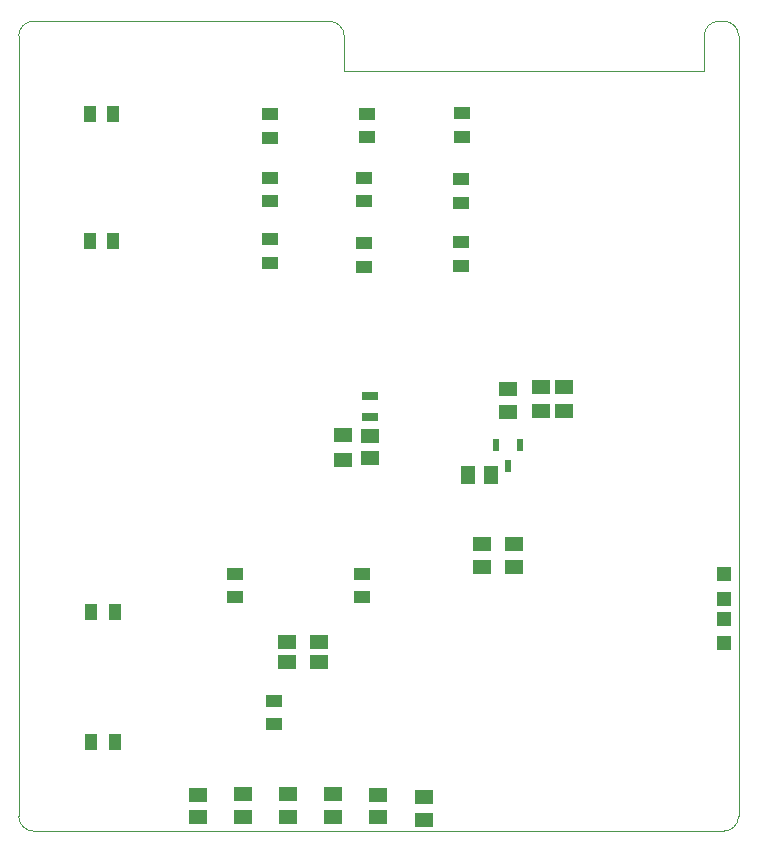
<source format=gbr>
%TF.GenerationSoftware,KiCad,Pcbnew,8.0.1*%
%TF.CreationDate,2025-01-16T17:49:12-07:00*%
%TF.ProjectId,WDM_RevB_v3,57444d5f-5265-4764-925f-76332e6b6963,rev?*%
%TF.SameCoordinates,Original*%
%TF.FileFunction,Paste,Top*%
%TF.FilePolarity,Positive*%
%FSLAX46Y46*%
G04 Gerber Fmt 4.6, Leading zero omitted, Abs format (unit mm)*
G04 Created by KiCad (PCBNEW 8.0.1) date 2025-01-16 17:49:12*
%MOMM*%
%LPD*%
G01*
G04 APERTURE LIST*
%ADD10R,1.400000X1.100000*%
%ADD11R,1.600000X1.300000*%
%ADD12R,0.530000X1.009996*%
%ADD13R,1.100000X1.400000*%
%ADD14R,1.500000X1.300000*%
%ADD15R,1.200000X1.200000*%
%ADD16R,1.399200X0.752400*%
%ADD17R,1.500000X1.200000*%
%ADD18R,1.300000X1.500000*%
%TA.AperFunction,Profile*%
%ADD19C,0.100000*%
%TD*%
G04 APERTURE END LIST*
D10*
%TO.C,R20*%
X123893146Y-66087041D03*
X123893146Y-64087041D03*
%TD*%
%TO.C,R24*%
X115663546Y-66170842D03*
X115663546Y-64170842D03*
%TD*%
%TO.C,R15*%
X107738746Y-55215841D03*
X107738746Y-53215841D03*
%TD*%
D11*
%TO.C,R33*%
X109242765Y-112696284D03*
X109242765Y-110796284D03*
%TD*%
%TO.C,R36*%
X120751600Y-112964000D03*
X120751600Y-111064000D03*
%TD*%
D12*
%TO.C,U5*%
X128917685Y-81205829D03*
X126867685Y-81205829D03*
X127892685Y-82995829D03*
%TD*%
D10*
%TO.C,R25*%
X123967606Y-55147440D03*
X123967606Y-53147440D03*
%TD*%
%TO.C,R26*%
X123943946Y-60753041D03*
X123943946Y-58753041D03*
%TD*%
D11*
%TO.C,R39*%
X125722212Y-89656007D03*
X125722212Y-91556007D03*
%TD*%
D13*
%TO.C,R14*%
X94456000Y-53213000D03*
X92456000Y-53213000D03*
%TD*%
D14*
%TO.C,C7*%
X109211946Y-99580241D03*
X109211946Y-97880241D03*
%TD*%
D11*
%TO.C,R40*%
X128389212Y-89656007D03*
X128389212Y-91556007D03*
%TD*%
%TO.C,R34*%
X113030000Y-112726800D03*
X113030000Y-110826800D03*
%TD*%
D14*
%TO.C,C8*%
X111853546Y-99580241D03*
X111853546Y-97880241D03*
%TD*%
D10*
%TO.C,R27*%
X115548346Y-94128641D03*
X115548346Y-92128641D03*
%TD*%
D11*
%TO.C,R32*%
X105435400Y-112701400D03*
X105435400Y-110801400D03*
%TD*%
D10*
%TO.C,R16*%
X107771548Y-60621041D03*
X107771548Y-58621041D03*
%TD*%
%TO.C,R22*%
X107771548Y-65833041D03*
X107771548Y-63833041D03*
%TD*%
%TO.C,R28*%
X104741546Y-94128641D03*
X104741546Y-92128641D03*
%TD*%
%TO.C,R17*%
X115931293Y-55202008D03*
X115931293Y-53202008D03*
%TD*%
%TO.C,R21*%
X108034146Y-104882241D03*
X108034146Y-102882241D03*
%TD*%
D15*
%TO.C,D2*%
X146177000Y-95944000D03*
X146177000Y-98044000D03*
%TD*%
D11*
%TO.C,R35*%
X116890800Y-112742000D03*
X116890800Y-110842000D03*
%TD*%
%TO.C,R31*%
X101625400Y-112760800D03*
X101625400Y-110860800D03*
%TD*%
D16*
%TO.C,L2*%
X116197212Y-78830407D03*
X116197212Y-77078007D03*
%TD*%
D17*
%TO.C,C11*%
X132588000Y-76293000D03*
X132588000Y-78393000D03*
%TD*%
D14*
%TO.C,C17*%
X116197212Y-80446007D03*
X116197212Y-82346007D03*
%TD*%
D15*
%TO.C,D3*%
X146177000Y-94268000D03*
X146177000Y-92168000D03*
%TD*%
D17*
%TO.C,C18*%
X113919000Y-80380007D03*
X113919000Y-82480007D03*
%TD*%
D13*
%TO.C,R37*%
X94599000Y-95377000D03*
X92599000Y-95377000D03*
%TD*%
%TO.C,R29*%
X94599000Y-106426000D03*
X92599000Y-106426000D03*
%TD*%
D10*
%TO.C,R19*%
X115714346Y-60600641D03*
X115714346Y-58600641D03*
%TD*%
D18*
%TO.C,C12*%
X124518212Y-83809007D03*
X126418212Y-83809007D03*
%TD*%
D13*
%TO.C,R23*%
X94472000Y-64008000D03*
X92472000Y-64008000D03*
%TD*%
D17*
%TO.C,C10*%
X130675212Y-76293000D03*
X130675212Y-78393000D03*
%TD*%
D14*
%TO.C,C9*%
X127881212Y-76520000D03*
X127881212Y-78420000D03*
%TD*%
D19*
X114012546Y-46621241D02*
X114012546Y-49542241D01*
X114012546Y-49542241D02*
X144492546Y-49542241D01*
X144492546Y-46621241D02*
G75*
G02*
X145762546Y-45351246I1269954J41D01*
G01*
X144492546Y-49542241D02*
X144492546Y-46621241D01*
X146143546Y-45351241D02*
G75*
G02*
X147413459Y-46621241I-46J-1269959D01*
G01*
X146143546Y-113931241D02*
X87723546Y-113931241D01*
X147413546Y-112661241D02*
G75*
G02*
X146143546Y-113931246I-1270046J41D01*
G01*
X86453546Y-46621241D02*
G75*
G02*
X87723546Y-45351246I1269954J41D01*
G01*
X147413546Y-46621241D02*
X147413546Y-112661241D01*
X87723546Y-45351241D02*
X112742546Y-45351241D01*
X86451424Y-46621241D02*
X86451424Y-112661241D01*
X87723546Y-113931241D02*
G75*
G02*
X86453459Y-112661241I-46J1270041D01*
G01*
X145762546Y-45351241D02*
X146143546Y-45351241D01*
X112742546Y-45351241D02*
G75*
G02*
X114012459Y-46621241I-46J-1269959D01*
G01*
M02*

</source>
